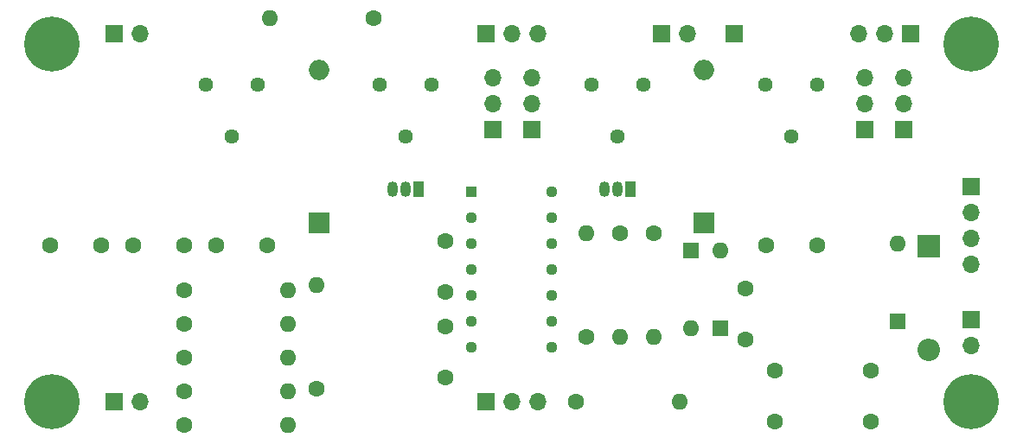
<source format=gbr>
G04 #@! TF.GenerationSoftware,KiCad,Pcbnew,(5.1.7)-1*
G04 #@! TF.CreationDate,2021-04-11T16:12:46-05:00*
G04 #@! TF.ProjectId,GuitarBoard,47756974-6172-4426-9f61-72642e6b6963,rev?*
G04 #@! TF.SameCoordinates,Original*
G04 #@! TF.FileFunction,Soldermask,Bot*
G04 #@! TF.FilePolarity,Negative*
%FSLAX46Y46*%
G04 Gerber Fmt 4.6, Leading zero omitted, Abs format (unit mm)*
G04 Created by KiCad (PCBNEW (5.1.7)-1) date 2021-04-11 16:12:46*
%MOMM*%
%LPD*%
G01*
G04 APERTURE LIST*
%ADD10R,1.700000X1.700000*%
%ADD11O,1.700000X1.700000*%
%ADD12C,1.600000*%
%ADD13R,2.000000X2.000000*%
%ADD14O,2.000000X2.000000*%
%ADD15R,2.200000X2.200000*%
%ADD16O,2.200000X2.200000*%
%ADD17R,1.600000X1.600000*%
%ADD18O,1.600000X1.600000*%
%ADD19C,5.400000*%
%ADD20R,1.130000X1.130000*%
%ADD21C,1.130000*%
%ADD22O,1.050000X1.500000*%
%ADD23R,1.050000X1.500000*%
%ADD24C,1.440000*%
G04 APERTURE END LIST*
D10*
G04 #@! TO.C,9V*
X152000000Y-107000000D03*
D11*
X152000000Y-109540000D03*
G04 #@! TD*
D12*
G04 #@! TO.C,C1*
X66802000Y-99714000D03*
X61802000Y-99714000D03*
G04 #@! TD*
G04 #@! TO.C,C2*
X74930000Y-99714000D03*
X69930000Y-99714000D03*
G04 #@! TD*
G04 #@! TO.C,C3*
X131906000Y-99714000D03*
X136906000Y-99714000D03*
G04 #@! TD*
G04 #@! TO.C,C4*
X83058000Y-99714000D03*
X78058000Y-99714000D03*
G04 #@! TD*
G04 #@! TO.C,C5*
X100476000Y-104314000D03*
X100476000Y-99314000D03*
G04 #@! TD*
G04 #@! TO.C,C6*
X100476000Y-107696000D03*
X100476000Y-112696000D03*
G04 #@! TD*
G04 #@! TO.C,C7*
X142132000Y-117014000D03*
X142132000Y-112014000D03*
G04 #@! TD*
G04 #@! TO.C,C8*
X129902000Y-108966000D03*
X129902000Y-103966000D03*
G04 #@! TD*
G04 #@! TO.C,C9*
X132734000Y-117014000D03*
X132734000Y-112014000D03*
G04 #@! TD*
D13*
G04 #@! TO.C,C10*
X125857000Y-97536000D03*
D14*
X125857000Y-82536000D03*
G04 #@! TD*
G04 #@! TO.C,C11*
X88138000Y-82536000D03*
D13*
X88138000Y-97536000D03*
G04 #@! TD*
D15*
G04 #@! TO.C,D1*
X147828000Y-99822000D03*
D16*
X147828000Y-109982000D03*
G04 #@! TD*
D17*
G04 #@! TO.C,D2*
X127444500Y-107823000D03*
D18*
X127444500Y-100203000D03*
G04 #@! TD*
G04 #@! TO.C,D3*
X124557501Y-107823000D03*
D17*
X124557501Y-100203000D03*
G04 #@! TD*
G04 #@! TO.C,D4*
X144780000Y-107188000D03*
D18*
X144780000Y-99568000D03*
G04 #@! TD*
D19*
G04 #@! TO.C,H1*
X62000000Y-80000000D03*
G04 #@! TD*
G04 #@! TO.C,H2*
X152000000Y-80000000D03*
G04 #@! TD*
G04 #@! TO.C,H3*
X62000000Y-115000000D03*
G04 #@! TD*
G04 #@! TO.C,H4*
X152000000Y-115000000D03*
G04 #@! TD*
D20*
G04 #@! TO.C,IC1*
X103030000Y-94488000D03*
D21*
X103030000Y-97028000D03*
X103030000Y-99568000D03*
X103030000Y-102108000D03*
X103030000Y-104648000D03*
X103030000Y-107188000D03*
X103030000Y-109728000D03*
X110970000Y-109728000D03*
X110970000Y-107188000D03*
X110970000Y-104648000D03*
X110970000Y-102108000D03*
X110970000Y-99568000D03*
X110970000Y-97028000D03*
X110970000Y-94488000D03*
G04 #@! TD*
D11*
G04 #@! TO.C,Pickup*
X124206000Y-78994000D03*
D10*
X121666000Y-78994000D03*
G04 #@! TD*
G04 #@! TO.C,Input*
X104500000Y-115000000D03*
D11*
X107040000Y-115000000D03*
X109580000Y-115000000D03*
G04 #@! TD*
D10*
G04 #@! TO.C,Bridge*
X128778000Y-78994000D03*
G04 #@! TD*
G04 #@! TO.C,Output*
X68050000Y-115000000D03*
D11*
X70590000Y-115000000D03*
G04 #@! TD*
D10*
G04 #@! TO.C,Amp*
X152000000Y-93980000D03*
D11*
X152000000Y-96520000D03*
X152000000Y-99060000D03*
X152000000Y-101600000D03*
G04 #@! TD*
D22*
G04 #@! TO.C,Q1*
X96652000Y-94234000D03*
X95382000Y-94234000D03*
D23*
X97922000Y-94234000D03*
G04 #@! TD*
G04 #@! TO.C,Q2*
X118618000Y-94234000D03*
D22*
X116078000Y-94234000D03*
X117348000Y-94234000D03*
G04 #@! TD*
D12*
G04 #@! TO.C,R1*
X93472000Y-77470000D03*
D18*
X83312000Y-77470000D03*
G04 #@! TD*
G04 #@! TO.C,R2*
X85090000Y-107442000D03*
D12*
X74930000Y-107442000D03*
G04 #@! TD*
G04 #@! TO.C,R3*
X87884000Y-113792000D03*
D18*
X87884000Y-103632000D03*
G04 #@! TD*
G04 #@! TO.C,R4*
X85090000Y-104140000D03*
D12*
X74930000Y-104140000D03*
G04 #@! TD*
G04 #@! TO.C,R5*
X74930000Y-114046000D03*
D18*
X85090000Y-114046000D03*
G04 #@! TD*
G04 #@! TO.C,R6*
X85090000Y-110744000D03*
D12*
X74930000Y-110744000D03*
G04 #@! TD*
G04 #@! TO.C,R7*
X74930000Y-117348000D03*
D18*
X85090000Y-117348000D03*
G04 #@! TD*
G04 #@! TO.C,R8*
X114300000Y-98552000D03*
D12*
X114300000Y-108712000D03*
G04 #@! TD*
G04 #@! TO.C,R9*
X117602000Y-98552000D03*
D18*
X117602000Y-108712000D03*
G04 #@! TD*
G04 #@! TO.C,R10*
X120904000Y-108712000D03*
D12*
X120904000Y-98552000D03*
G04 #@! TD*
G04 #@! TO.C,R11*
X113284000Y-115062000D03*
D18*
X123444000Y-115062000D03*
G04 #@! TD*
D11*
G04 #@! TO.C,Volume*
X140970000Y-79000000D03*
X143510000Y-79000000D03*
D10*
X146050000Y-79000000D03*
G04 #@! TD*
G04 #@! TO.C,Tone*
X104500000Y-79000000D03*
D11*
X107040000Y-79000000D03*
X109580000Y-79000000D03*
G04 #@! TD*
D24*
G04 #@! TO.C,Dist Level*
X136906000Y-84000000D03*
X134366000Y-89080000D03*
X131826000Y-84000000D03*
G04 #@! TD*
G04 #@! TO.C,Dist Volume*
X114808000Y-84000000D03*
X117348000Y-89080000D03*
X119888000Y-84000000D03*
G04 #@! TD*
G04 #@! TO.C,8Bit Out*
X82174000Y-84000000D03*
X79634000Y-89080000D03*
X77094000Y-84000000D03*
G04 #@! TD*
G04 #@! TO.C,8Bit In*
X94112000Y-84000000D03*
X96652000Y-89080000D03*
X99192000Y-84000000D03*
G04 #@! TD*
D11*
G04 #@! TO.C,SW1*
X70590000Y-79000000D03*
D10*
X68050000Y-79000000D03*
G04 #@! TD*
D11*
G04 #@! TO.C,A*
X141605000Y-83312000D03*
X141605000Y-85852000D03*
D10*
X141605000Y-88392000D03*
G04 #@! TD*
G04 #@! TO.C,B*
X145415000Y-88392000D03*
D11*
X145415000Y-85852000D03*
X145415000Y-83312000D03*
G04 #@! TD*
G04 #@! TO.C,A*
X105135000Y-83312000D03*
X105135000Y-85852000D03*
D10*
X105135000Y-88392000D03*
G04 #@! TD*
G04 #@! TO.C,B*
X108945000Y-88392000D03*
D11*
X108945000Y-85852000D03*
X108945000Y-83312000D03*
G04 #@! TD*
M02*

</source>
